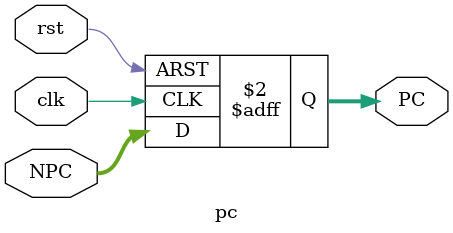
<source format=v>
`timescale 1ns / 1ps
`define reset 32'h0000_3000

module pc(rst,clk,NPC,PC);
    input rst;//reset 0
    input clk;//clock 
    input [31:0] NPC;//next PC
    output reg [31:0] PC;
    always @(posedge clk,posedge rst) begin
        if(rst)
            PC <= `reset;
        else
            PC <= NPC;
    end
endmodule

</source>
